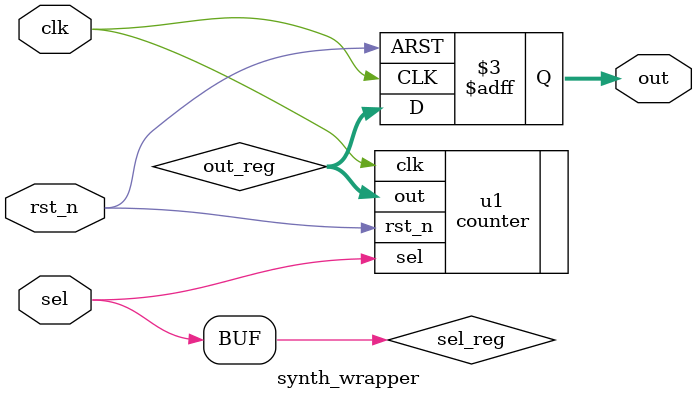
<source format=v>
module synth_wrapper
(
	input clk,
	input rst_n,
	input sel,
	output reg [3:0] out
);
  reg [3:0] out_reg;
  wire  sel_reg = sel;


 always@(posedge clk, negedge rst_n) begin
    if(!rst_n) begin
       out <= 4'b0;
    end
    else begin
       out <= out_reg;
    end
 end
 
 counter u1(
	.clk (clk),
	.rst_n (rst_n),
	.sel (sel_reg),
	.out (out_reg)
	);

endmodule

</source>
